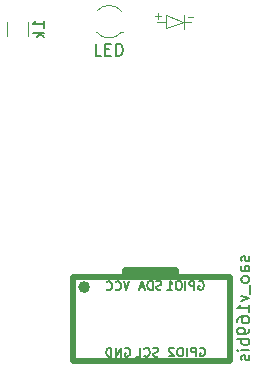
<source format=gbr>
%TF.GenerationSoftware,KiCad,Pcbnew,(6.0.7)*%
%TF.CreationDate,2022-09-06T20:50:32-05:00*%
%TF.ProjectId,Soldering Crew Badge,536f6c64-6572-4696-9e67-204372657720,rev?*%
%TF.SameCoordinates,Original*%
%TF.FileFunction,Legend,Bot*%
%TF.FilePolarity,Positive*%
%FSLAX46Y46*%
G04 Gerber Fmt 4.6, Leading zero omitted, Abs format (unit mm)*
G04 Created by KiCad (PCBNEW (6.0.7)) date 2022-09-06 20:50:32*
%MOMM*%
%LPD*%
G01*
G04 APERTURE LIST*
%ADD10C,0.150000*%
%ADD11C,0.120000*%
%ADD12C,0.500000*%
G04 APERTURE END LIST*
D10*
%TO.C,D1*%
X150918942Y-101581780D02*
X150442752Y-101581780D01*
X150442752Y-100581780D01*
X151252276Y-101057971D02*
X151585609Y-101057971D01*
X151728466Y-101581780D02*
X151252276Y-101581780D01*
X151252276Y-100581780D01*
X151728466Y-100581780D01*
X152157038Y-101581780D02*
X152157038Y-100581780D01*
X152395133Y-100581780D01*
X152537990Y-100629400D01*
X152633228Y-100724638D01*
X152680847Y-100819876D01*
X152728466Y-101010352D01*
X152728466Y-101153209D01*
X152680847Y-101343685D01*
X152633228Y-101438923D01*
X152537990Y-101534161D01*
X152395133Y-101581780D01*
X152157038Y-101581780D01*
%TO.C,X1*%
X163371161Y-118556638D02*
X163418780Y-118651876D01*
X163418780Y-118842352D01*
X163371161Y-118937590D01*
X163275923Y-118985209D01*
X163228304Y-118985209D01*
X163133066Y-118937590D01*
X163085447Y-118842352D01*
X163085447Y-118699495D01*
X163037828Y-118604257D01*
X162942590Y-118556638D01*
X162894971Y-118556638D01*
X162799733Y-118604257D01*
X162752114Y-118699495D01*
X162752114Y-118842352D01*
X162799733Y-118937590D01*
X163418780Y-119842352D02*
X162894971Y-119842352D01*
X162799733Y-119794733D01*
X162752114Y-119699495D01*
X162752114Y-119509019D01*
X162799733Y-119413780D01*
X163371161Y-119842352D02*
X163418780Y-119747114D01*
X163418780Y-119509019D01*
X163371161Y-119413780D01*
X163275923Y-119366161D01*
X163180685Y-119366161D01*
X163085447Y-119413780D01*
X163037828Y-119509019D01*
X163037828Y-119747114D01*
X162990209Y-119842352D01*
X163418780Y-120461400D02*
X163371161Y-120366161D01*
X163323542Y-120318542D01*
X163228304Y-120270923D01*
X162942590Y-120270923D01*
X162847352Y-120318542D01*
X162799733Y-120366161D01*
X162752114Y-120461400D01*
X162752114Y-120604257D01*
X162799733Y-120699495D01*
X162847352Y-120747114D01*
X162942590Y-120794733D01*
X163228304Y-120794733D01*
X163323542Y-120747114D01*
X163371161Y-120699495D01*
X163418780Y-120604257D01*
X163418780Y-120461400D01*
X163514019Y-120985209D02*
X163514019Y-121747114D01*
X162752114Y-121889971D02*
X163418780Y-122128066D01*
X162752114Y-122366161D01*
X163418780Y-123270923D02*
X163418780Y-122699495D01*
X163418780Y-122985209D02*
X162418780Y-122985209D01*
X162561638Y-122889971D01*
X162656876Y-122794733D01*
X162704495Y-122699495D01*
X162418780Y-124128066D02*
X162418780Y-123937590D01*
X162466400Y-123842352D01*
X162514019Y-123794733D01*
X162656876Y-123699495D01*
X162847352Y-123651876D01*
X163228304Y-123651876D01*
X163323542Y-123699495D01*
X163371161Y-123747114D01*
X163418780Y-123842352D01*
X163418780Y-124032828D01*
X163371161Y-124128066D01*
X163323542Y-124175685D01*
X163228304Y-124223304D01*
X162990209Y-124223304D01*
X162894971Y-124175685D01*
X162847352Y-124128066D01*
X162799733Y-124032828D01*
X162799733Y-123842352D01*
X162847352Y-123747114D01*
X162894971Y-123699495D01*
X162990209Y-123651876D01*
X163418780Y-124699495D02*
X163418780Y-124889971D01*
X163371161Y-124985209D01*
X163323542Y-125032828D01*
X163180685Y-125128066D01*
X162990209Y-125175685D01*
X162609257Y-125175685D01*
X162514019Y-125128066D01*
X162466400Y-125080447D01*
X162418780Y-124985209D01*
X162418780Y-124794733D01*
X162466400Y-124699495D01*
X162514019Y-124651876D01*
X162609257Y-124604257D01*
X162847352Y-124604257D01*
X162942590Y-124651876D01*
X162990209Y-124699495D01*
X163037828Y-124794733D01*
X163037828Y-124985209D01*
X162990209Y-125080447D01*
X162942590Y-125128066D01*
X162847352Y-125175685D01*
X163418780Y-125604257D02*
X162418780Y-125604257D01*
X162799733Y-125604257D02*
X162752114Y-125699495D01*
X162752114Y-125889971D01*
X162799733Y-125985209D01*
X162847352Y-126032828D01*
X162942590Y-126080447D01*
X163228304Y-126080447D01*
X163323542Y-126032828D01*
X163371161Y-125985209D01*
X163418780Y-125889971D01*
X163418780Y-125699495D01*
X163371161Y-125604257D01*
X163418780Y-126509019D02*
X162752114Y-126509019D01*
X162418780Y-126509019D02*
X162466400Y-126461400D01*
X162514019Y-126509019D01*
X162466400Y-126556638D01*
X162418780Y-126509019D01*
X162514019Y-126509019D01*
X163371161Y-126937590D02*
X163418780Y-127032828D01*
X163418780Y-127223304D01*
X163371161Y-127318542D01*
X163275923Y-127366161D01*
X163228304Y-127366161D01*
X163133066Y-127318542D01*
X163085447Y-127223304D01*
X163085447Y-127080447D01*
X163037828Y-126985209D01*
X162942590Y-126937590D01*
X162894971Y-126937590D01*
X162799733Y-126985209D01*
X162752114Y-127080447D01*
X162752114Y-127223304D01*
X162799733Y-127318542D01*
X152907928Y-126358300D02*
X152979357Y-126322585D01*
X153086500Y-126322585D01*
X153193642Y-126358300D01*
X153265071Y-126429728D01*
X153300785Y-126501157D01*
X153336500Y-126644014D01*
X153336500Y-126751157D01*
X153300785Y-126894014D01*
X153265071Y-126965442D01*
X153193642Y-127036871D01*
X153086500Y-127072585D01*
X153015071Y-127072585D01*
X152907928Y-127036871D01*
X152872214Y-127001157D01*
X152872214Y-126751157D01*
X153015071Y-126751157D01*
X152550785Y-127072585D02*
X152550785Y-126322585D01*
X152122214Y-127072585D01*
X152122214Y-126322585D01*
X151765071Y-127072585D02*
X151765071Y-126322585D01*
X151586500Y-126322585D01*
X151479357Y-126358300D01*
X151407928Y-126429728D01*
X151372214Y-126501157D01*
X151336500Y-126644014D01*
X151336500Y-126751157D01*
X151372214Y-126894014D01*
X151407928Y-126965442D01*
X151479357Y-127036871D01*
X151586500Y-127072585D01*
X151765071Y-127072585D01*
X159260242Y-126332900D02*
X159331671Y-126297185D01*
X159438814Y-126297185D01*
X159545957Y-126332900D01*
X159617385Y-126404328D01*
X159653100Y-126475757D01*
X159688814Y-126618614D01*
X159688814Y-126725757D01*
X159653100Y-126868614D01*
X159617385Y-126940042D01*
X159545957Y-127011471D01*
X159438814Y-127047185D01*
X159367385Y-127047185D01*
X159260242Y-127011471D01*
X159224528Y-126975757D01*
X159224528Y-126725757D01*
X159367385Y-126725757D01*
X158903100Y-127047185D02*
X158903100Y-126297185D01*
X158617385Y-126297185D01*
X158545957Y-126332900D01*
X158510242Y-126368614D01*
X158474528Y-126440042D01*
X158474528Y-126547185D01*
X158510242Y-126618614D01*
X158545957Y-126654328D01*
X158617385Y-126690042D01*
X158903100Y-126690042D01*
X158153100Y-127047185D02*
X158153100Y-126297185D01*
X157653100Y-126297185D02*
X157510242Y-126297185D01*
X157438814Y-126332900D01*
X157367385Y-126404328D01*
X157331671Y-126547185D01*
X157331671Y-126797185D01*
X157367385Y-126940042D01*
X157438814Y-127011471D01*
X157510242Y-127047185D01*
X157653100Y-127047185D01*
X157724528Y-127011471D01*
X157795957Y-126940042D01*
X157831671Y-126797185D01*
X157831671Y-126547185D01*
X157795957Y-126404328D01*
X157724528Y-126332900D01*
X157653100Y-126297185D01*
X157045957Y-126368614D02*
X157010242Y-126332900D01*
X156938814Y-126297185D01*
X156760242Y-126297185D01*
X156688814Y-126332900D01*
X156653100Y-126368614D01*
X156617385Y-126440042D01*
X156617385Y-126511471D01*
X156653100Y-126618614D01*
X157081671Y-127047185D01*
X156617385Y-127047185D01*
X159133242Y-120694100D02*
X159204671Y-120658385D01*
X159311814Y-120658385D01*
X159418957Y-120694100D01*
X159490385Y-120765528D01*
X159526100Y-120836957D01*
X159561814Y-120979814D01*
X159561814Y-121086957D01*
X159526100Y-121229814D01*
X159490385Y-121301242D01*
X159418957Y-121372671D01*
X159311814Y-121408385D01*
X159240385Y-121408385D01*
X159133242Y-121372671D01*
X159097528Y-121336957D01*
X159097528Y-121086957D01*
X159240385Y-121086957D01*
X158776100Y-121408385D02*
X158776100Y-120658385D01*
X158490385Y-120658385D01*
X158418957Y-120694100D01*
X158383242Y-120729814D01*
X158347528Y-120801242D01*
X158347528Y-120908385D01*
X158383242Y-120979814D01*
X158418957Y-121015528D01*
X158490385Y-121051242D01*
X158776100Y-121051242D01*
X158026100Y-121408385D02*
X158026100Y-120658385D01*
X157526100Y-120658385D02*
X157383242Y-120658385D01*
X157311814Y-120694100D01*
X157240385Y-120765528D01*
X157204671Y-120908385D01*
X157204671Y-121158385D01*
X157240385Y-121301242D01*
X157311814Y-121372671D01*
X157383242Y-121408385D01*
X157526100Y-121408385D01*
X157597528Y-121372671D01*
X157668957Y-121301242D01*
X157704671Y-121158385D01*
X157704671Y-120908385D01*
X157668957Y-120765528D01*
X157597528Y-120694100D01*
X157526100Y-120658385D01*
X156490385Y-121408385D02*
X156918957Y-121408385D01*
X156704671Y-121408385D02*
X156704671Y-120658385D01*
X156776100Y-120765528D01*
X156847528Y-120836957D01*
X156918957Y-120872671D01*
X155990414Y-121372671D02*
X155883271Y-121408385D01*
X155704700Y-121408385D01*
X155633271Y-121372671D01*
X155597557Y-121336957D01*
X155561842Y-121265528D01*
X155561842Y-121194100D01*
X155597557Y-121122671D01*
X155633271Y-121086957D01*
X155704700Y-121051242D01*
X155847557Y-121015528D01*
X155918985Y-120979814D01*
X155954700Y-120944100D01*
X155990414Y-120872671D01*
X155990414Y-120801242D01*
X155954700Y-120729814D01*
X155918985Y-120694100D01*
X155847557Y-120658385D01*
X155668985Y-120658385D01*
X155561842Y-120694100D01*
X155240414Y-121408385D02*
X155240414Y-120658385D01*
X155061842Y-120658385D01*
X154954700Y-120694100D01*
X154883271Y-120765528D01*
X154847557Y-120836957D01*
X154811842Y-120979814D01*
X154811842Y-121086957D01*
X154847557Y-121229814D01*
X154883271Y-121301242D01*
X154954700Y-121372671D01*
X155061842Y-121408385D01*
X155240414Y-121408385D01*
X154526128Y-121194100D02*
X154168985Y-121194100D01*
X154597557Y-121408385D02*
X154347557Y-120658385D01*
X154097557Y-121408385D01*
X155718557Y-127036871D02*
X155611414Y-127072585D01*
X155432842Y-127072585D01*
X155361414Y-127036871D01*
X155325700Y-127001157D01*
X155289985Y-126929728D01*
X155289985Y-126858300D01*
X155325700Y-126786871D01*
X155361414Y-126751157D01*
X155432842Y-126715442D01*
X155575700Y-126679728D01*
X155647128Y-126644014D01*
X155682842Y-126608300D01*
X155718557Y-126536871D01*
X155718557Y-126465442D01*
X155682842Y-126394014D01*
X155647128Y-126358300D01*
X155575700Y-126322585D01*
X155397128Y-126322585D01*
X155289985Y-126358300D01*
X154539985Y-127001157D02*
X154575700Y-127036871D01*
X154682842Y-127072585D01*
X154754271Y-127072585D01*
X154861414Y-127036871D01*
X154932842Y-126965442D01*
X154968557Y-126894014D01*
X155004271Y-126751157D01*
X155004271Y-126644014D01*
X154968557Y-126501157D01*
X154932842Y-126429728D01*
X154861414Y-126358300D01*
X154754271Y-126322585D01*
X154682842Y-126322585D01*
X154575700Y-126358300D01*
X154539985Y-126394014D01*
X153861414Y-127072585D02*
X154218557Y-127072585D01*
X154218557Y-126322585D01*
X153285700Y-120683785D02*
X153035700Y-121433785D01*
X152785700Y-120683785D01*
X152107128Y-121362357D02*
X152142842Y-121398071D01*
X152249985Y-121433785D01*
X152321414Y-121433785D01*
X152428557Y-121398071D01*
X152499985Y-121326642D01*
X152535700Y-121255214D01*
X152571414Y-121112357D01*
X152571414Y-121005214D01*
X152535700Y-120862357D01*
X152499985Y-120790928D01*
X152428557Y-120719500D01*
X152321414Y-120683785D01*
X152249985Y-120683785D01*
X152142842Y-120719500D01*
X152107128Y-120755214D01*
X151357128Y-121362357D02*
X151392842Y-121398071D01*
X151499985Y-121433785D01*
X151571414Y-121433785D01*
X151678557Y-121398071D01*
X151749985Y-121326642D01*
X151785700Y-121255214D01*
X151821414Y-121112357D01*
X151821414Y-121005214D01*
X151785700Y-120862357D01*
X151749985Y-120790928D01*
X151678557Y-120719500D01*
X151571414Y-120683785D01*
X151499985Y-120683785D01*
X151392842Y-120719500D01*
X151357128Y-120755214D01*
%TO.C,R1*%
X146087180Y-99220352D02*
X146087180Y-98648923D01*
X146087180Y-98934638D02*
X145087180Y-98934638D01*
X145230038Y-98839400D01*
X145325276Y-98744161D01*
X145372895Y-98648923D01*
X146087180Y-99648923D02*
X145087180Y-99648923D01*
X145706228Y-99744161D02*
X146087180Y-100029876D01*
X145420514Y-100029876D02*
X145801466Y-99648923D01*
D11*
%TO.C,D1*%
X155956000Y-98196400D02*
X155473400Y-98196400D01*
X156362400Y-98704400D02*
X155651200Y-98704400D01*
X157886400Y-98729800D02*
X156387800Y-99237800D01*
X157886400Y-98120200D02*
X157886400Y-99288600D01*
X152755600Y-99604400D02*
X152611800Y-99604400D01*
X156387800Y-98171000D02*
X157861000Y-98704400D01*
X158699200Y-98296400D02*
X158216600Y-98296400D01*
X157886400Y-98729800D02*
X158496000Y-98729800D01*
X155702000Y-97942400D02*
X155702000Y-98450400D01*
X156387800Y-99237800D02*
X156387800Y-98171000D01*
X152630458Y-97826635D02*
G75*
G03*
X150511800Y-97804400I-1068658J-877765D01*
G01*
X150493142Y-99582165D02*
G75*
G03*
X152611800Y-99604400I1068658J877764D01*
G01*
D12*
%TO.C,X1*%
X157264100Y-120205500D02*
X157264100Y-119697500D01*
X148501100Y-127444500D02*
X161836100Y-127444500D01*
X152946100Y-119697500D02*
X152946100Y-120205500D01*
X161709100Y-120332500D02*
X148501100Y-120332500D01*
X157264100Y-119697500D02*
X152946100Y-119697500D01*
X161836100Y-127444500D02*
X161836100Y-120332500D01*
X148501100Y-120332500D02*
X148501100Y-127444500D01*
X152946100Y-120078500D02*
X157264100Y-120078500D01*
X149694900Y-121170700D02*
G75*
G03*
X149694900Y-121170700I-254000J0D01*
G01*
D11*
%TO.C,R1*%
X144724800Y-98737336D02*
X144724800Y-99941464D01*
X142904800Y-98737336D02*
X142904800Y-99941464D01*
%TD*%
M02*

</source>
